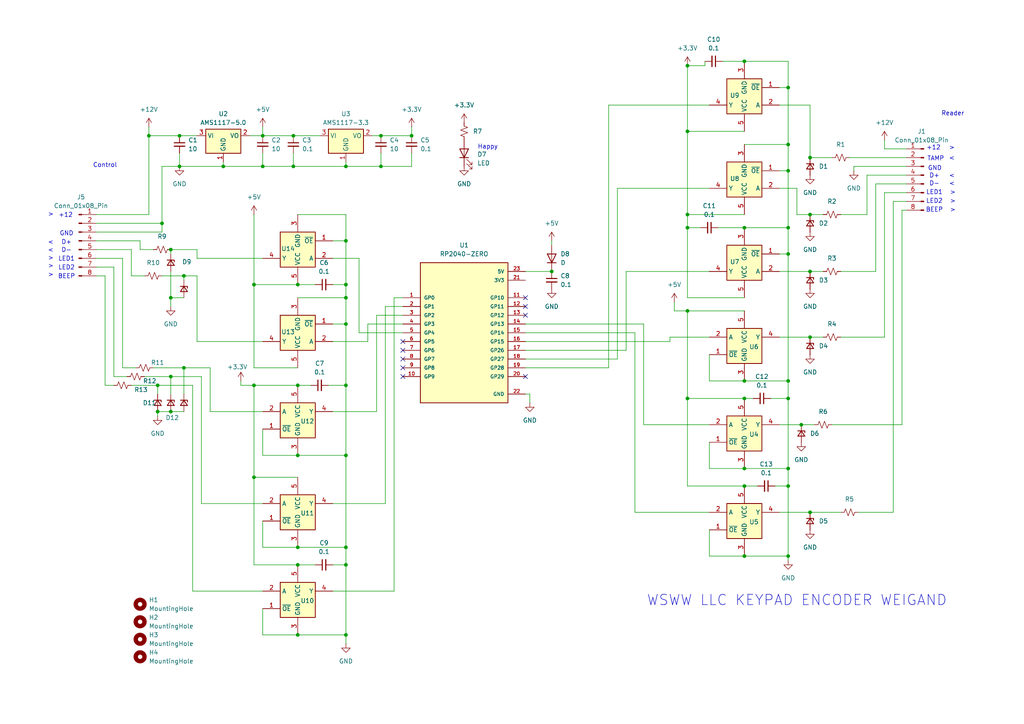
<source format=kicad_sch>
(kicad_sch (version 20231120) (generator "eeschema") (generator_version "8.0")
  (paper "A4")
  (lib_symbols
    (symbol "74xGxx:NC7SZ125M5X"
      (property "Reference" "U" (at -5.08 6.35 0))
      (property "Value" "NC7SZ125M5X" (at 7.62 6.35 0))
      (symbol "NC7SZ125M5X_1_1"
        (pin input line (at -10.16 -2.54 0) (length 5.08) (name "~{OE}") (number "1"))
        (pin input line (at -10.16 2.54 0) (length 5.08) (name "A") (number "2"))
        (pin power_in line (at 0 -10.16 90) (length 5.08) (name "GND") (number "3"))
        (pin output line (at 10.16 2.54 180) (length 5.08) (name "Y") (number "4"))
        (pin power_in line (at 0 10.16 270) (length 5.08) (name "VCC") (number "5"))
      )
    )
    (symbol "Connector:Conn_01x08_Pin" (pin_names (offset 1.016) hide)
      (property "Reference" "J" (at 0 10.16 0))
      (property "Value" "Conn_01x08_Pin" (at 0 -12.7 0))
      (symbol "Conn_01x08_Pin_1_1"
        (pin passive line (at 5.08 7.62 180) (length 3.81) (name "Pin_1") (number "1"))
        (pin passive line (at 5.08 5.08 180) (length 3.81) (name "Pin_2") (number "2"))
        (pin passive line (at 5.08 2.54 180) (length 3.81) (name "Pin_3") (number "3"))
        (pin passive line (at 5.08 0 180) (length 3.81) (name "Pin_4") (number "4"))
        (pin passive line (at 5.08 -2.54 180) (length 3.81) (name "Pin_5") (number "5"))
        (pin passive line (at 5.08 -5.08 180) (length 3.81) (name "Pin_6") (number "6"))
        (pin passive line (at 5.08 -7.62 180) (length 3.81) (name "Pin_7") (number "7"))
        (pin passive line (at 5.08 -10.16 180) (length 3.81) (name "Pin_8") (number "8"))
      )
    )
    (symbol "Device:C_Small" (pin_numbers hide) (pin_names (offset 0.254) hide)
      (property "Reference" "C" (at 0.254 1.778 0))
      (property "Value" "C_Small" (at 0.254 -2.032 0))
      (symbol "C_Small_1_1"
        (pin passive line (at 0 2.54 270) (length 2.032) (name "~") (number "1"))
        (pin passive line (at 0 -2.54 90) (length 2.032) (name "~") (number "2"))
      )
    )
    (symbol "Device:D" (pin_numbers hide) (pin_names (offset 1.016) hide)
      (property "Reference" "D" (at 0 2.54 0))
      (property "Value" "D" (at 0 -2.54 0))
      (symbol "D_1_1"
        (pin passive line (at -3.81 0 0) (length 2.54) (name "K") (number "1"))
        (pin passive line (at 3.81 0 180) (length 2.54) (name "A") (number "2"))
      )
    )
    (symbol "Device:D_Zener_Small" (pin_numbers hide) (pin_names (offset 0.254) hide)
      (property "Reference" "D" (at 0 2.286 0))
      (property "Value" "D_Zener_Small" (at 0 -2.286 0))
      (symbol "D_Zener_Small_1_1"
        (pin passive line (at -2.54 0 0) (length 1.778) (name "K") (number "1"))
        (pin passive line (at 2.54 0 180) (length 1.778) (name "A") (number "2"))
      )
    )
    (symbol "Device:LED" (pin_numbers hide) (pin_names (offset 1.016) hide)
      (property "Reference" "D" (at 0 2.54 0))
      (property "Value" "LED" (at 0 -2.54 0))
      (symbol "LED_1_1"
        (pin passive line (at -3.81 0 0) (length 2.54) (name "K") (number "1"))
        (pin passive line (at 3.81 0 180) (length 2.54) (name "A") (number "2"))
      )
    )
    (symbol "Device:R_Small_US" (pin_numbers hide) (pin_names (offset 0.254) hide)
      (property "Reference" "R" (at 0.762 0.508 0))
      (property "Value" "R_Small_US" (at 0.762 -1.016 0))
      (symbol "R_Small_US_1_1"
        (pin passive line (at 0 2.54 270) (length 1.016) (name "~") (number "1"))
        (pin passive line (at 0 -2.54 90) (length 1.016) (name "~") (number "2"))
      )
    )
    (symbol "MCU_RaspberryPi:RP2040-ZERO" (pin_names (offset 1.016))
      (property "Reference" "U" (at -12.7 21.082 0))
      (property "Value" "RP2040-ZERO" (at -12.7 -22.86 0))
      (symbol "RP2040-ZERO_0_0"
        (pin bidirectional line (at -17.78 10.16 0) (length 5.08) (name "GP0") (number "1"))
        (pin bidirectional line (at -17.78 -12.7 0) (length 5.08) (name "GP9") (number "10"))
        (pin bidirectional line (at 17.78 10.16 180) (length 5.08) (name "GP10") (number "11"))
        (pin bidirectional line (at 17.78 7.62 180) (length 5.08) (name "GP11") (number "12"))
        (pin bidirectional line (at 17.78 5.08 180) (length 5.08) (name "GP12") (number "13"))
        (pin bidirectional line (at 17.78 2.54 180) (length 5.08) (name "GP13") (number "14"))
        (pin bidirectional line (at 17.78 0 180) (length 5.08) (name "GP14") (number "15"))
        (pin bidirectional line (at 17.78 -2.54 180) (length 5.08) (name "GP15") (number "16"))
        (pin bidirectional line (at 17.78 -5.08 180) (length 5.08) (name "GP26") (number "17"))
        (pin bidirectional line (at 17.78 -7.62 180) (length 5.08) (name "GP27") (number "18"))
        (pin bidirectional line (at 17.78 -10.16 180) (length 5.08) (name "GP28") (number "19"))
        (pin bidirectional line (at -17.78 7.62 0) (length 5.08) (name "GP1") (number "2"))
        (pin bidirectional line (at 17.78 -12.7 180) (length 5.08) (name "GP29") (number "20"))
        (pin power_in line (at 17.78 15.24 180) (length 5.08) (name "3V3") (number "21"))
        (pin power_in line (at 17.78 -17.78 180) (length 5.08) (name "GND") (number "22"))
        (pin power_in line (at 17.78 17.78 180) (length 5.08) (name "5V") (number "23"))
        (pin bidirectional line (at -17.78 5.08 0) (length 5.08) (name "GP2") (number "3"))
        (pin bidirectional line (at -17.78 2.54 0) (length 5.08) (name "GP3") (number "4"))
        (pin bidirectional line (at -17.78 0 0) (length 5.08) (name "GP4") (number "5"))
        (pin bidirectional line (at -17.78 -2.54 0) (length 5.08) (name "GP5") (number "6"))
        (pin bidirectional line (at -17.78 -5.08 0) (length 5.08) (name "GP6") (number "7"))
        (pin bidirectional line (at -17.78 -7.62 0) (length 5.08) (name "GP7") (number "8"))
        (pin bidirectional line (at -17.78 -10.16 0) (length 5.08) (name "GP8") (number "9"))
      )
    )
    (symbol "Mechanical:MountingHole" (pin_names (offset 1.016)) (exclude_from_sim yes) (in_bom no)
      (property "Reference" "H" (at 0 5.08 0))
      (property "Value" "MountingHole" (at 0 3.175 0))
    )
    (symbol "Regulator_Linear:AMS1117-3.3"
      (property "Reference" "U" (at -3.81 3.175 0))
      (property "Value" "AMS1117-3.3" (at 0 3.175 0))
      (symbol "AMS1117-3.3_1_1"
        (pin power_in line (at 0 -7.62 90) (length 2.54) (name "GND") (number "1"))
        (pin power_out line (at 7.62 0 180) (length 2.54) (name "VO") (number "2"))
        (pin power_in line (at -7.62 0 0) (length 2.54) (name "VI") (number "3"))
      )
    )
    (symbol "Regulator_Linear:AMS1117-5.0"
      (property "Reference" "U" (at -3.81 3.175 0))
      (property "Value" "AMS1117-5.0" (at 0 3.175 0))
      (symbol "AMS1117-5.0_1_1"
        (pin power_in line (at 0 -7.62 90) (length 2.54) (name "GND") (number "1"))
        (pin power_out line (at 7.62 0 180) (length 2.54) (name "VO") (number "2"))
        (pin power_in line (at -7.62 0 0) (length 2.54) (name "VI") (number "3"))
      )
    )
    (symbol "power:+12V" (power) (pin_numbers hide) (pin_names (offset 0) hide)
      (property "Value" "+12V" (at 0 3.556 0))
      (symbol "+12V_1_1"
        (pin power_in line (at 0 0 90) (length 0) (name "~") (number "1"))
      )
    )
    (symbol "power:+3.3V" (power) (pin_numbers hide) (pin_names (offset 0) hide)
      (property "Value" "+3.3V" (at 0 3.556 0))
      (symbol "+3.3V_1_1"
        (pin power_in line (at 0 0 90) (length 0) (name "~") (number "1"))
      )
    )
    (symbol "power:+5V" (power) (pin_numbers hide) (pin_names (offset 0) hide)
      (property "Value" "+5V" (at 0 3.556 0))
      (symbol "+5V_1_1"
        (pin power_in line (at 0 0 90) (length 0) (name "~") (number "1"))
      )
    )
    (symbol "power:GND" (power) (pin_numbers hide) (pin_names (offset 0) hide)
      (property "Value" "GND" (at 0 -3.81 0))
      (symbol "GND_1_1"
        (pin power_in line (at 0 0 270) (length 0) (name "~") (number "1"))
      )
    )
  )
  (junction (at 100.33 69.85))
  (junction (at 228.6 110.49))
  (junction (at 232.41 123.19))
  (junction (at 228.6 135.89))
  (junction (at 228.6 66.04))
  (junction (at 86.36 163.83))
  (junction (at 234.95 78.74))
  (junction (at 49.53 72.39))
  (junction (at 234.95 148.59))
  (junction (at 199.39 19.05))
  (junction (at 73.66 138.43))
  (junction (at 100.33 132.08))
  (junction (at 85.09 48.26))
  (junction (at 49.53 86.36))
  (junction (at 100.33 158.75))
  (junction (at 228.6 161.29))
  (junction (at 228.6 49.53))
  (junction (at 53.34 106.68))
  (junction (at 86.36 111.76))
  (junction (at 215.9 161.29))
  (junction (at 86.36 184.15))
  (junction (at 110.49 39.37))
  (junction (at 100.33 111.76))
  (junction (at 199.39 38.1))
  (junction (at 86.36 132.08))
  (junction (at 52.07 48.26))
  (junction (at 215.9 135.89))
  (junction (at 228.6 140.97))
  (junction (at 100.33 86.36))
  (junction (at 234.95 62.23))
  (junction (at 100.33 48.26))
  (junction (at 49.53 119.38))
  (junction (at 43.18 39.37))
  (junction (at 234.95 97.79))
  (junction (at 228.6 73.66))
  (junction (at 160.02 78.74))
  (junction (at 86.36 158.75))
  (junction (at 76.2 48.26))
  (junction (at 199.39 66.04))
  (junction (at 45.72 119.38))
  (junction (at 199.39 90.17))
  (junction (at 52.07 39.37))
  (junction (at 215.9 17.78))
  (junction (at 76.2 39.37))
  (junction (at 64.77 48.26))
  (junction (at 73.66 111.76))
  (junction (at 215.9 66.04))
  (junction (at 228.6 115.57))
  (junction (at 46.99 64.77))
  (junction (at 100.33 184.15))
  (junction (at 86.36 82.55))
  (junction (at 100.33 163.83))
  (junction (at 53.34 80.01))
  (junction (at 199.39 62.23))
  (junction (at 73.66 82.55))
  (junction (at 234.95 45.72))
  (junction (at 110.49 48.26))
  (junction (at 199.39 115.57))
  (junction (at 100.33 93.98))
  (junction (at 228.6 41.91))
  (junction (at 49.53 109.22))
  (junction (at 45.72 111.76))
  (junction (at 215.9 110.49))
  (junction (at 119.38 39.37))
  (junction (at 85.09 39.37))
  (junction (at 215.9 140.97))
  (junction (at 100.33 82.55))
  (junction (at 228.6 25.4))
  (junction (at 215.9 115.57))
  (no_connect (at 152.4 91.44))
  (no_connect (at 152.4 86.36))
  (no_connect (at 152.4 88.9))
  (no_connect (at 116.84 109.22))
  (no_connect (at 116.84 99.06))
  (no_connect (at 116.84 106.68))
  (no_connect (at 116.84 104.14))
  (no_connect (at 116.84 101.6))
  (no_connect (at 152.4 109.22))
  (wire (pts (xy 119.38 48.26) (xy 119.38 44.45)))
  (wire (pts (xy 46.99 64.77) (xy 46.99 67.31)))
  (wire (pts (xy 76.2 132.08) (xy 86.36 132.08)))
  (wire (pts (xy 111.76 146.05) (xy 111.76 88.9)))
  (wire (pts (xy 27.94 69.85) (xy 40.64 69.85)))
  (wire (pts (xy 73.66 82.55) (xy 73.66 106.68)))
  (wire (pts (xy 228.6 135.89) (xy 228.6 140.97)))
  (wire (pts (xy 76.2 39.37) (xy 85.09 39.37)))
  (wire (pts (xy 111.76 88.9) (xy 116.84 88.9)))
  (wire (pts (xy 186.69 93.98) (xy 186.69 123.19)))
  (wire (pts (xy 100.33 132.08) (xy 86.36 132.08)))
  (wire (pts (xy 73.66 111.76) (xy 86.36 111.76)))
  (wire (pts (xy 215.9 66.04) (xy 228.6 66.04)))
  (wire (pts (xy 49.53 72.39) (xy 49.53 73.66)))
  (wire (pts (xy 96.52 171.45) (xy 114.3 171.45)))
  (wire (pts (xy 106.68 99.06) (xy 106.68 93.98)))
  (wire (pts (xy 215.9 135.89) (xy 228.6 135.89)))
  (wire (pts (xy 119.38 36.83) (xy 119.38 39.37)))
  (wire (pts (xy 85.09 48.26) (xy 100.33 48.26)))
  (wire (pts (xy 226.06 148.59) (xy 234.95 148.59)))
  (wire (pts (xy 76.2 124.46) (xy 76.2 132.08)))
  (wire (pts (xy 104.14 74.93) (xy 96.52 74.93)))
  (wire (pts (xy 73.66 138.43) (xy 73.66 163.83)))
  (wire (pts (xy 199.39 66.04) (xy 199.39 86.36)))
  (wire (pts (xy 96.52 99.06) (xy 106.68 99.06)))
  (wire (pts (xy 179.07 54.61) (xy 205.74 54.61)))
  (wire (pts (xy 234.95 78.74) (xy 238.76 78.74)))
  (wire (pts (xy 226.06 123.19) (xy 232.41 123.19)))
  (wire (pts (xy 100.33 48.26) (xy 110.49 48.26)))
  (wire (pts (xy 58.42 109.22) (xy 58.42 146.05)))
  (wire (pts (xy 261.62 60.96) (xy 262.89 60.96)))
  (wire (pts (xy 86.36 111.76) (xy 90.17 111.76)))
  (wire (pts (xy 76.2 48.26) (xy 76.2 44.45)))
  (wire (pts (xy 153.67 114.3) (xy 152.4 114.3)))
  (wire (pts (xy 46.99 67.31) (xy 27.94 67.31)))
  (wire (pts (xy 259.08 58.42) (xy 259.08 148.59)))
  (wire (pts (xy 27.94 74.93) (xy 35.56 74.93)))
  (wire (pts (xy 57.15 74.93) (xy 76.2 74.93)))
  (wire (pts (xy 100.33 158.75) (xy 100.33 132.08)))
  (wire (pts (xy 43.18 39.37) (xy 43.18 62.23)))
  (wire (pts (xy 179.07 54.61) (xy 179.07 104.14)))
  (wire (pts (xy 45.72 119.38) (xy 45.72 120.65)))
  (wire (pts (xy 234.95 148.59) (xy 243.84 148.59)))
  (wire (pts (xy 76.2 36.83) (xy 76.2 39.37)))
  (wire (pts (xy 256.54 55.88) (xy 262.89 55.88)))
  (wire (pts (xy 86.36 86.36) (xy 100.33 86.36)))
  (wire (pts (xy 55.88 111.76) (xy 45.72 111.76)))
  (wire (pts (xy 40.64 69.85) (xy 40.64 72.39)))
  (wire (pts (xy 228.6 161.29) (xy 228.6 162.56)))
  (wire (pts (xy 43.18 36.83) (xy 43.18 39.37)))
  (wire (pts (xy 60.96 106.68) (xy 53.34 106.68)))
  (wire (pts (xy 228.6 66.04) (xy 228.6 49.53)))
  (wire (pts (xy 215.9 115.57) (xy 218.44 115.57)))
  (wire (pts (xy 55.88 171.45) (xy 55.88 111.76)))
  (wire (pts (xy 224.79 140.97) (xy 228.6 140.97)))
  (wire (pts (xy 247.65 48.26) (xy 247.65 49.53)))
  (wire (pts (xy 259.08 58.42) (xy 262.89 58.42)))
  (wire (pts (xy 234.95 45.72) (xy 241.3 45.72)))
  (wire (pts (xy 40.64 72.39) (xy 44.45 72.39)))
  (wire (pts (xy 116.84 91.44) (xy 109.22 91.44)))
  (wire (pts (xy 100.33 82.55) (xy 100.33 86.36)))
  (wire (pts (xy 76.2 176.53) (xy 76.2 184.15)))
  (wire (pts (xy 46.99 80.01) (xy 53.34 80.01)))
  (wire (pts (xy 95.25 111.76) (xy 100.33 111.76)))
  (wire (pts (xy 184.15 148.59) (xy 205.74 148.59)))
  (wire (pts (xy 58.42 146.05) (xy 76.2 146.05)))
  (wire (pts (xy 226.06 97.79) (xy 234.95 97.79)))
  (wire (pts (xy 199.39 90.17) (xy 199.39 115.57)))
  (wire (pts (xy 104.14 74.93) (xy 104.14 96.52)))
  (wire (pts (xy 243.84 97.79) (xy 256.54 97.79)))
  (wire (pts (xy 100.33 48.26) (xy 100.33 46.99)))
  (wire (pts (xy 223.52 115.57) (xy 228.6 115.57)))
  (wire (pts (xy 69.85 111.76) (xy 73.66 111.76)))
  (wire (pts (xy 57.15 99.06) (xy 76.2 99.06)))
  (wire (pts (xy 205.74 110.49) (xy 215.9 110.49)))
  (wire (pts (xy 215.9 38.1) (xy 199.39 38.1)))
  (wire (pts (xy 248.92 148.59) (xy 259.08 148.59)))
  (wire (pts (xy 85.09 44.45) (xy 85.09 48.26)))
  (wire (pts (xy 73.66 138.43) (xy 86.36 138.43)))
  (wire (pts (xy 215.9 161.29) (xy 228.6 161.29)))
  (wire (pts (xy 153.67 114.3) (xy 153.67 116.84)))
  (wire (pts (xy 41.91 109.22) (xy 49.53 109.22)))
  (wire (pts (xy 228.6 73.66) (xy 228.6 110.49)))
  (wire (pts (xy 234.95 97.79) (xy 238.76 97.79)))
  (wire (pts (xy 53.34 80.01) (xy 53.34 81.28)))
  (wire (pts (xy 96.52 82.55) (xy 100.33 82.55)))
  (wire (pts (xy 49.53 119.38) (xy 53.34 119.38)))
  (wire (pts (xy 96.52 146.05) (xy 111.76 146.05)))
  (wire (pts (xy 114.3 86.36) (xy 116.84 86.36)))
  (wire (pts (xy 194.31 97.79) (xy 194.31 99.06)))
  (wire (pts (xy 110.49 39.37) (xy 107.95 39.37)))
  (wire (pts (xy 234.95 62.23) (xy 231.14 62.23)))
  (wire (pts (xy 110.49 48.26) (xy 119.38 48.26)))
  (wire (pts (xy 110.49 44.45) (xy 110.49 48.26)))
  (wire (pts (xy 43.18 62.23) (xy 27.94 62.23)))
  (wire (pts (xy 100.33 62.23) (xy 100.33 69.85)))
  (wire (pts (xy 205.74 135.89) (xy 215.9 135.89)))
  (wire (pts (xy 199.39 38.1) (xy 199.39 19.05)))
  (wire (pts (xy 232.41 123.19) (xy 236.22 123.19)))
  (wire (pts (xy 30.48 111.76) (xy 33.02 111.76)))
  (wire (pts (xy 228.6 17.78) (xy 215.9 17.78)))
  (wire (pts (xy 251.46 50.8) (xy 251.46 62.23)))
  (wire (pts (xy 228.6 66.04) (xy 228.6 73.66)))
  (wire (pts (xy 228.6 41.91) (xy 215.9 41.91)))
  (wire (pts (xy 186.69 123.19) (xy 205.74 123.19)))
  (wire (pts (xy 33.02 109.22) (xy 36.83 109.22)))
  (wire (pts (xy 152.4 93.98) (xy 186.69 93.98)))
  (wire (pts (xy 27.94 64.77) (xy 46.99 64.77)))
  (wire (pts (xy 86.36 62.23) (xy 100.33 62.23)))
  (wire (pts (xy 234.95 45.72) (xy 234.95 30.48)))
  (wire (pts (xy 176.53 106.68) (xy 176.53 30.48)))
  (wire (pts (xy 208.28 66.04) (xy 215.9 66.04)))
  (wire (pts (xy 231.14 54.61) (xy 226.06 54.61)))
  (wire (pts (xy 35.56 74.93) (xy 35.56 106.68)))
  (wire (pts (xy 116.84 96.52) (xy 104.14 96.52)))
  (wire (pts (xy 241.3 123.19) (xy 261.62 123.19)))
  (wire (pts (xy 181.61 78.74) (xy 205.74 78.74)))
  (wire (pts (xy 53.34 106.68) (xy 53.34 114.3)))
  (wire (pts (xy 52.07 48.26) (xy 52.07 44.45)))
  (wire (pts (xy 85.09 48.26) (xy 76.2 48.26)))
  (wire (pts (xy 49.53 86.36) (xy 53.34 86.36)))
  (wire (pts (xy 96.52 69.85) (xy 100.33 69.85)))
  (wire (pts (xy 43.18 39.37) (xy 52.07 39.37)))
  (wire (pts (xy 45.72 119.38) (xy 49.53 119.38)))
  (wire (pts (xy 76.2 151.13) (xy 76.2 158.75)))
  (wire (pts (xy 64.77 48.26) (xy 76.2 48.26)))
  (wire (pts (xy 160.02 71.12) (xy 160.02 69.85)))
  (wire (pts (xy 215.9 140.97) (xy 219.71 140.97)))
  (wire (pts (xy 100.33 158.75) (xy 86.36 158.75)))
  (wire (pts (xy 49.53 86.36) (xy 49.53 88.9)))
  (wire (pts (xy 226.06 78.74) (xy 234.95 78.74)))
  (wire (pts (xy 35.56 106.68) (xy 39.37 106.68)))
  (wire (pts (xy 52.07 39.37) (xy 57.15 39.37)))
  (wire (pts (xy 49.53 78.74) (xy 49.53 86.36)))
  (wire (pts (xy 256.54 40.64) (xy 256.54 43.18)))
  (wire (pts (xy 57.15 72.39) (xy 57.15 74.93)))
  (wire (pts (xy 57.15 80.01) (xy 57.15 99.06)))
  (wire (pts (xy 181.61 101.6) (xy 181.61 78.74)))
  (wire (pts (xy 69.85 110.49) (xy 69.85 111.76)))
  (wire (pts (xy 100.33 69.85) (xy 100.33 82.55)))
  (wire (pts (xy 246.38 45.72) (xy 262.89 45.72)))
  (wire (pts (xy 226.06 30.48) (xy 234.95 30.48)))
  (wire (pts (xy 60.96 119.38) (xy 60.96 106.68)))
  (wire (pts (xy 72.39 39.37) (xy 76.2 39.37)))
  (wire (pts (xy 49.53 72.39) (xy 57.15 72.39)))
  (wire (pts (xy 30.48 80.01) (xy 27.94 80.01)))
  (wire (pts (xy 100.33 163.83) (xy 100.33 158.75)))
  (wire (pts (xy 38.1 111.76) (xy 45.72 111.76)))
  (wire (pts (xy 254 53.34) (xy 262.89 53.34)))
  (wire (pts (xy 243.84 78.74) (xy 254 78.74)))
  (wire (pts (xy 234.95 62.23) (xy 238.76 62.23)))
  (wire (pts (xy 30.48 80.01) (xy 30.48 111.76)))
  (wire (pts (xy 49.53 109.22) (xy 49.53 114.3)))
  (wire (pts (xy 176.53 30.48) (xy 205.74 30.48)))
  (wire (pts (xy 199.39 140.97) (xy 215.9 140.97)))
  (wire (pts (xy 33.02 77.47) (xy 27.94 77.47)))
  (wire (pts (xy 199.39 115.57) (xy 215.9 115.57)))
  (wire (pts (xy 199.39 115.57) (xy 199.39 140.97)))
  (wire (pts (xy 114.3 171.45) (xy 114.3 86.36)))
  (wire (pts (xy 109.22 91.44) (xy 109.22 119.38)))
  (wire (pts (xy 100.33 93.98) (xy 100.33 111.76)))
  (wire (pts (xy 38.1 72.39) (xy 38.1 80.01)))
  (wire (pts (xy 228.6 140.97) (xy 228.6 161.29)))
  (wire (pts (xy 184.15 96.52) (xy 184.15 148.59)))
  (wire (pts (xy 86.36 184.15) (xy 100.33 184.15)))
  (wire (pts (xy 85.09 39.37) (xy 92.71 39.37)))
  (wire (pts (xy 254 53.34) (xy 254 78.74)))
  (wire (pts (xy 76.2 158.75) (xy 86.36 158.75)))
  (wire (pts (xy 152.4 104.14) (xy 179.07 104.14)))
  (wire (pts (xy 228.6 49.53) (xy 228.6 41.91)))
  (wire (pts (xy 205.74 161.29) (xy 215.9 161.29)))
  (wire (pts (xy 199.39 90.17) (xy 215.9 90.17)))
  (wire (pts (xy 100.33 132.08) (xy 100.33 111.76)))
  (wire (pts (xy 205.74 128.27) (xy 205.74 135.89)))
  (wire (pts (xy 76.2 184.15) (xy 86.36 184.15)))
  (wire (pts (xy 96.52 163.83) (xy 100.33 163.83)))
  (wire (pts (xy 33.02 77.47) (xy 33.02 109.22)))
  (wire (pts (xy 228.6 25.4) (xy 228.6 41.91)))
  (wire (pts (xy 204.47 19.05) (xy 204.47 17.78)))
  (wire (pts (xy 96.52 119.38) (xy 109.22 119.38)))
  (wire (pts (xy 44.45 106.68) (xy 53.34 106.68)))
  (wire (pts (xy 209.55 17.78) (xy 215.9 17.78)))
  (wire (pts (xy 199.39 62.23) (xy 199.39 66.04)))
  (wire (pts (xy 100.33 184.15) (xy 100.33 186.69)))
  (wire (pts (xy 205.74 161.29) (xy 205.74 153.67)))
  (wire (pts (xy 199.39 19.05) (xy 204.47 19.05)))
  (wire (pts (xy 76.2 171.45) (xy 55.88 171.45)))
  (wire (pts (xy 73.66 111.76) (xy 73.66 138.43)))
  (wire (pts (xy 228.6 115.57) (xy 228.6 135.89)))
  (wire (pts (xy 262.89 50.8) (xy 251.46 50.8)))
  (wire (pts (xy 152.4 101.6) (xy 181.61 101.6)))
  (wire (pts (xy 152.4 96.52) (xy 184.15 96.52)))
  (wire (pts (xy 96.52 93.98) (xy 100.33 93.98)))
  (wire (pts (xy 27.94 72.39) (xy 38.1 72.39)))
  (wire (pts (xy 195.58 90.17) (xy 199.39 90.17)))
  (wire (pts (xy 152.4 106.68) (xy 176.53 106.68)))
  (wire (pts (xy 73.66 82.55) (xy 86.36 82.55)))
  (wire (pts (xy 199.39 62.23) (xy 215.9 62.23)))
  (wire (pts (xy 49.53 109.22) (xy 58.42 109.22)))
  (wire (pts (xy 152.4 78.74) (xy 160.02 78.74)))
  (wire (pts (xy 86.36 82.55) (xy 91.44 82.55)))
  (wire (pts (xy 243.84 62.23) (xy 251.46 62.23)))
  (wire (pts (xy 73.66 163.83) (xy 86.36 163.83)))
  (wire (pts (xy 52.07 48.26) (xy 64.77 48.26)))
  (wire (pts (xy 119.38 39.37) (xy 110.49 39.37)))
  (wire (pts (xy 73.66 62.23) (xy 73.66 82.55)))
  (wire (pts (xy 215.9 110.49) (xy 228.6 110.49)))
  (wire (pts (xy 86.36 163.83) (xy 91.44 163.83)))
  (wire (pts (xy 256.54 43.18) (xy 262.89 43.18)))
  (wire (pts (xy 106.68 93.98) (xy 116.84 93.98)))
  (wire (pts (xy 76.2 119.38) (xy 60.96 119.38)))
  (wire (pts (xy 226.06 49.53) (xy 228.6 49.53)))
  (wire (pts (xy 256.54 55.88) (xy 256.54 97.79)))
  (wire (pts (xy 100.33 184.15) (xy 100.33 163.83)))
  (wire (pts (xy 205.74 102.87) (xy 205.74 110.49)))
  (wire (pts (xy 226.06 25.4) (xy 228.6 25.4)))
  (wire (pts (xy 226.06 73.66) (xy 228.6 73.66)))
  (wire (pts (xy 46.99 48.26) (xy 52.07 48.26)))
  (wire (pts (xy 199.39 86.36) (xy 215.9 86.36)))
  (wire (pts (xy 38.1 80.01) (xy 41.91 80.01)))
  (wire (pts (xy 194.31 97.79) (xy 205.74 97.79)))
  (wire (pts (xy 46.99 48.26) (xy 46.99 64.77)))
  (wire (pts (xy 152.4 99.06) (xy 194.31 99.06)))
  (wire (pts (xy 228.6 17.78) (xy 228.6 25.4)))
  (wire (pts (xy 231.14 62.23) (xy 231.14 54.61)))
  (wire (pts (xy 100.33 93.98) (xy 100.33 86.36)))
  (wire (pts (xy 199.39 66.04) (xy 203.2 66.04)))
  (wire (pts (xy 247.65 48.26) (xy 262.89 48.26)))
  (wire (pts (xy 53.34 80.01) (xy 57.15 80.01)))
  (wire (pts (xy 228.6 110.49) (xy 228.6 115.57)))
  (wire (pts (xy 64.77 48.26) (xy 64.77 46.99)))
  (wire (pts (xy 195.58 87.63) (xy 195.58 90.17)))
  (wire (pts (xy 261.62 60.96) (xy 261.62 123.19)))
  (wire (pts (xy 73.66 106.68) (xy 86.36 106.68)))
  (wire (pts (xy 45.72 111.76) (xy 45.72 114.3)))
  (wire (pts (xy 199.39 38.1) (xy 199.39 62.23)))
  (text "D+" (at 19.304 70.358 0) (effects (font (size 1.27 1.27))))
  (text "<" (at 276.098 45.974 0) (effects (font (size 1.27 1.27))))
  (text ">" (at 276.352 58.42 0) (effects (font (size 1.27 1.27))))
  (text "<" (at 276.098 51.054 0) (effects (font (size 1.27 1.27))))
  (text "LED2" (at 19.304 77.724 0) (effects (font (size 1.27 1.27))))
  (text "D-" (at 19.304 72.644 0) (effects (font (size 1.27 1.27))))
  (text ">" (at 276.098 42.926 0) (effects (font (size 1.27 1.27))))
  (text "LED1" (at 19.304 75.184 0) (effects (font (size 1.27 1.27))))
  (text "D-" (at 271.018 53.34 0) (effects (font (size 1.27 1.27))))
  (text "<" (at 14.732 70.358 0) (effects (font (size 1.27 1.27))))
  (text "LED1" (at 271.018 55.88 0) (effects (font (size 1.27 1.27))))
  (text "D+" (at 271.018 51.054 0) (effects (font (size 1.27 1.27))))
  (text ">" (at 14.732 62.23 0) (effects (font (size 1.27 1.27))))
  (text ">" (at 14.732 77.216 0) (effects (font (size 1.27 1.27))))
  (text ">" (at 276.352 60.96 0) (effects (font (size 1.27 1.27))))
  (text "+12" (at 270.764 42.926 0) (effects (font (size 1.27 1.27))))
  (text "Reader" (at 276.352 33.02 0) (effects (font (size 1.27 1.27))))
  (text "<" (at 276.098 53.34 0) (effects (font (size 1.27 1.27))))
  (text "LED2" (at 271.018 58.42 0) (effects (font (size 1.27 1.27))))
  (text "TAMP" (at 271.399 46.101 0) (effects (font (size 1.27 1.27))))
  (text "Happy" (at 141.478 42.672 0) (effects (font (size 1.27 1.27))))
  (text "GND\n" (at 19.304 67.818 0) (effects (font (size 1.27 1.27))))
  (text "BEEP" (at 19.304 80.264 0) (effects (font (size 1.27 1.27))))
  (text "+12" (at 19.05 62.484 0) (effects (font (size 1.27 1.27))))
  (text ">" (at 14.732 74.93 0) (effects (font (size 1.27 1.27))))
  (text "BEEP" (at 271.018 60.96 0) (effects (font (size 1.27 1.27))))
  (text "GND\n" (at 271.145 48.895 0) (effects (font (size 1.27 1.27))))
  (text ">" (at 14.732 79.756 0) (effects (font (size 1.27 1.27))))
  (text "<" (at 14.732 72.644 0) (effects (font (size 1.27 1.27))))
  (text "Control\n" (at 30.48 48.006 0) (effects (font (size 1.27 1.27))))
  (text "WSWW LLC KEYPAD ENCODER WEIGAND" (at 231.14 174.244 0) (effects (font (size 3 3))))
  (text ">" (at 276.352 55.88 0) (effects (font (size 1.27 1.27))))
  (symbol (lib_id "Device:C_Small") (at 85.09 41.91 0) (unit 1)
    (property "Reference" "C3" (at 87.63 40.6462 0) (effects (justify left)))
    (property "Value" "0.1" (at 87.63 43.1862 0) (effects (justify left)))
    (property "Footprint" "Capacitor_THT:C_Disc_D3.0mm_W1.6mm_P2.50mm" (effects (hide yes)))
    (property "Description" "Unpolarized capacitor, small symbol" (effects (hide yes)))
  )
  (symbol (lib_id "Device:D") (at 160.02 74.93 90) (unit 1)
    (property "Reference" "D8" (at 162.56 73.6599 90) (effects (justify right)))
    (property "Value" "D" (at 162.56 76.1999 90) (effects (justify right)))
    (property "Description" "Diode" (effects (hide yes)))
    (property "Sim.Device" "D" (effects (hide yes)))
    (property "Sim.Pins" "1=K 2=A" (effects (hide yes)))
  )
  (symbol (lib_id "power:GND") (at 234.95 50.8 0) (unit 1)
    (property "Reference" "#PWR031" (effects (hide yes)))
    (property "Value" "GND" (at 234.95 55.88 0))
    (property "Description" "Power symbol creates a global label with name \"GND\" , ground" (effects (hide yes)))
  )
  (symbol (lib_id "power:GND") (at 45.72 120.65 0) (unit 1)
    (property "Reference" "#PWR018" (effects (hide yes)))
    (property "Value" "GND" (at 45.72 125.73 0))
    (property "Description" "Power symbol creates a global label with name \"GND\" , ground" (effects (hide yes)))
  )
  (symbol (lib_id "Device:C_Small") (at 119.38 41.91 0) (unit 1)
    (property "Reference" "C5" (at 121.92 40.6462 0) (effects (justify left)))
    (property "Value" "0.1" (at 121.92 43.1862 0) (effects (justify left)))
    (property "Footprint" "Capacitor_THT:C_Disc_D3.0mm_W1.6mm_P2.50mm" (effects (hide yes)))
    (property "Description" "Unpolarized capacitor, small symbol" (effects (hide yes)))
  )
  (symbol (lib_id "Device:C_Small") (at 76.2 41.91 0) (unit 1)
    (property "Reference" "C2" (at 78.74 40.6462 0) (effects (justify left)))
    (property "Value" "10" (at 78.74 43.1862 0) (effects (justify left)))
    (property "Footprint" "Capacitor_THT:CP_Radial_D4.0mm_P2.00mm" (effects (hide yes)))
    (property "Description" "Unpolarized capacitor, small symbol" (effects (hide yes)))
  )
  (symbol (lib_id "Device:C_Small") (at 222.25 140.97 270) (unit 1)
    (property "Reference" "C13" (at 222.2436 134.62 90))
    (property "Value" "0.1" (at 222.2436 137.16 90))
    (property "Footprint" "Capacitor_THT:C_Disc_D3.0mm_W1.6mm_P2.50mm" (effects (hide yes)))
    (property "Description" "Unpolarized capacitor, small symbol" (effects (hide yes)))
  )
  (symbol (lib_id "Device:R_Small_US") (at 35.56 111.76 90) (unit 1)
    (property "Reference" "R13" (at 40.894 113.03 90))
    (property "Value" "R_Small_US" (effects (hide yes)))
    (property "Footprint" "Resistor_SMD:R_1206_3216Metric_Pad1.30x1.75mm_HandSolder" (effects (hide yes)))
    (property "Description" "Resistor, small US symbol" (effects (hide yes)))
  )
  (symbol (lib_id "power:+12V") (at 43.18 36.83 0) (unit 1)
    (property "Reference" "#PWR05" (effects (hide yes)))
    (property "Value" "+12V" (at 43.18 31.75 0))
    (property "Description" "Power symbol creates a global label with name \"+12V\"" (effects (hide yes)))
  )
  (symbol (lib_id "power:GND") (at 228.6 162.56 0) (unit 1)
    (property "Reference" "#PWR013" (effects (hide yes)))
    (property "Value" "GND" (at 228.6 167.64 0))
    (property "Description" "Power symbol creates a global label with name \"GND\" , ground" (effects (hide yes)))
  )
  (symbol (lib_id "74xGxx:NC7SZ125M5X") (at 86.36 96.52 180) (unit 1)
    (property "Reference" "U13" (at 83.566 96.266 0))
    (property "Value" "NC7SZ125M5X" (effects (hide yes)))
    (property "Footprint" "Package_TO_SOT_SMD:SOT-23-5" (effects (hide yes)))
    (property "Datasheet" "https://www.onsemi.com/pdf/datasheet/nc7sz125-d.pdf" (effects (hide yes)))
    (property "Description" "TinyLogic UHS Buffer, Tri-State Output, SOT-23-5" (effects (hide yes)))
  )
  (symbol (lib_id "Mechanical:MountingHole") (at 40.64 190.5 0) (unit 1) (exclude_from_sim yes) (in_bom no)
    (property "Reference" "H4" (at 43.18 189.2299 0) (effects (justify left)))
    (property "Value" "MountingHole" (at 43.18 191.7699 0) (effects (justify left)))
    (property "Footprint" "MountingHole:MountingHole_3mm" (effects (hide yes)))
    (property "Description" "Mounting Hole without connection" (effects (hide yes)))
  )
  (symbol (lib_id "Device:R_Small_US") (at 243.84 45.72 90) (unit 1)
    (property "Reference" "R1" (at 243.84 41.91 90))
    (property "Value" "R_Small_US" (effects (hide yes)))
    (property "Footprint" "Resistor_SMD:R_1206_3216Metric_Pad1.30x1.75mm_HandSolder" (effects (hide yes)))
    (property "Description" "Resistor, small US symbol" (effects (hide yes)))
  )
  (symbol (lib_id "Connector:Conn_01x08_Pin") (at 267.97 50.8 0) (mirror y) (unit 1)
    (property "Reference" "J1" (at 267.335 38.1 0))
    (property "Value" "Conn_01x08_Pin" (at 267.335 40.64 0))
    (property "Footprint" "Connector_Phoenix_MC:PhoenixContact_MC_1,5_8-G-3.5_1x08_P3.50mm_Horizontal" (effects (hide yes)))
    (property "Description" "Generic connector, single row, 01x08, script generated" (effects (hide yes)))
  )
  (symbol (lib_id "power:GND") (at 234.95 67.31 0) (unit 1)
    (property "Reference" "#PWR032" (effects (hide yes)))
    (property "Value" "GND" (at 234.95 72.39 0))
    (property "Description" "Power symbol creates a global label with name \"GND\" , ground" (effects (hide yes)))
  )
  (symbol (lib_id "power:GND") (at 134.62 48.26 0) (unit 1)
    (property "Reference" "#PWR015" (effects (hide yes)))
    (property "Value" "GND" (at 134.62 53.34 0))
    (property "Description" "Power symbol creates a global label with name \"GND\" , ground" (effects (hide yes)))
  )
  (symbol (lib_id "power:+5V") (at 76.2 36.83 0) (unit 1)
    (property "Reference" "#PWR03" (effects (hide yes)))
    (property "Value" "+5V" (at 76.2 31.75 0))
    (property "Description" "Power symbol creates a global label with name \"+5V\"" (effects (hide yes)))
  )
  (symbol (lib_id "Device:R_Small_US") (at 238.76 123.19 90) (unit 1)
    (property "Reference" "R6" (at 238.76 119.38 90))
    (property "Value" "R_Small_US" (effects (hide yes)))
    (property "Footprint" "Resistor_SMD:R_1206_3216Metric_Pad1.30x1.75mm_HandSolder" (effects (hide yes)))
    (property "Description" "Resistor, small US symbol" (effects (hide yes)))
  )
  (symbol (lib_id "Device:D_Zener_Small") (at 45.72 116.84 270) (unit 1)
    (property "Reference" "D11" (at 41.402 116.84 90) (effects (justify left)))
    (property "Value" "D_Zener_Small" (effects (hide yes)))
    (property "Footprint" "Diode_SMD:D_SOD-323_HandSoldering" (effects (hide yes)))
    (property "Description" "Zener diode, small symbol" (effects (hide yes)))
  )
  (symbol (lib_id "Device:R_Small_US") (at 241.3 97.79 90) (unit 1)
    (property "Reference" "R4" (at 241.3 93.98 90))
    (property "Value" "R_Small_US" (effects (hide yes)))
    (property "Footprint" "Resistor_SMD:R_1206_3216Metric_Pad1.30x1.75mm_HandSolder" (effects (hide yes)))
    (property "Description" "Resistor, small US symbol" (effects (hide yes)))
  )
  (symbol (lib_id "74xGxx:NC7SZ125M5X") (at 215.9 100.33 0) (unit 1)
    (property "Reference" "U6" (at 218.694 100.584 0))
    (property "Value" "NC7SZ125M5X" (effects (hide yes)))
    (property "Footprint" "Package_TO_SOT_SMD:SOT-23-5" (effects (hide yes)))
    (property "Datasheet" "https://www.onsemi.com/pdf/datasheet/nc7sz125-d.pdf" (effects (hide yes)))
    (property "Description" "TinyLogic UHS Buffer, Tri-State Output, SOT-23-5" (effects (hide yes)))
  )
  (symbol (lib_id "Mechanical:MountingHole") (at 40.64 175.26 0) (unit 1) (exclude_from_sim yes) (in_bom no)
    (property "Reference" "H1" (at 43.18 173.9899 0) (effects (justify left)))
    (property "Value" "MountingHole" (at 43.18 176.5299 0) (effects (justify left)))
    (property "Footprint" "MountingHole:MountingHole_3mm" (effects (hide yes)))
    (property "Description" "Mounting Hole without connection" (effects (hide yes)))
  )
  (symbol (lib_id "74xGxx:NC7SZ125M5X") (at 86.36 173.99 0) (unit 1)
    (property "Reference" "U10" (at 89.154 174.244 0))
    (property "Value" "NC7SZ125M5X" (effects (hide yes)))
    (property "Footprint" "Package_TO_SOT_SMD:SOT-23-5" (effects (hide yes)))
    (property "Datasheet" "https://www.onsemi.com/pdf/datasheet/nc7sz125-d.pdf" (effects (hide yes)))
    (property "Description" "TinyLogic UHS Buffer, Tri-State Output, SOT-23-5" (effects (hide yes)))
  )
  (symbol (lib_id "Device:D_Zener_Small") (at 49.53 76.2 270) (unit 1)
    (property "Reference" "D9" (at 52.832 75.946 90) (effects (justify left)))
    (property "Value" "D_Zener_Small" (effects (hide yes)))
    (property "Footprint" "Diode_SMD:D_SOD-323_HandSoldering" (effects (hide yes)))
    (property "Description" "Zener diode, small symbol" (effects (hide yes)))
  )
  (symbol (lib_id "Device:R_Small_US") (at 41.91 106.68 90) (unit 1)
    (property "Reference" "R11" (at 45.72 105.156 90))
    (property "Value" "R_Small_US" (effects (hide yes)))
    (property "Footprint" "Resistor_SMD:R_1206_3216Metric_Pad1.30x1.75mm_HandSolder" (effects (hide yes)))
    (property "Description" "Resistor, small US symbol" (effects (hide yes)))
  )
  (symbol (lib_id "74xGxx:NC7SZ125M5X") (at 215.9 151.13 0) (unit 1)
    (property "Reference" "U5" (at 218.694 151.384 0))
    (property "Value" "NC7SZ125M5X" (effects (hide yes)))
    (property "Footprint" "Package_TO_SOT_SMD:SOT-23-5" (effects (hide yes)))
    (property "Datasheet" "https://www.onsemi.com/pdf/datasheet/nc7sz125-d.pdf" (effects (hide yes)))
    (property "Description" "TinyLogic UHS Buffer, Tri-State Output, SOT-23-5" (effects (hide yes)))
  )
  (symbol (lib_id "Device:R_Small_US") (at 134.62 38.1 180) (unit 1)
    (property "Reference" "R7" (at 137.16 38.0999 0) (effects (justify right)))
    (property "Value" "R_Small_US" (effects (hide yes)))
    (property "Footprint" "Resistor_SMD:R_1206_3216Metric_Pad1.30x1.75mm_HandSolder" (effects (hide yes)))
    (property "Description" "Resistor, small US symbol" (effects (hide yes)))
  )
  (symbol (lib_id "74xGxx:NC7SZ125M5X") (at 86.36 148.59 0) (unit 1)
    (property "Reference" "U11" (at 89.154 148.844 0))
    (property "Value" "NC7SZ125M5X" (effects (hide yes)))
    (property "Footprint" "Package_TO_SOT_SMD:SOT-23-5" (effects (hide yes)))
    (property "Datasheet" "https://www.onsemi.com/pdf/datasheet/nc7sz125-d.pdf" (effects (hide yes)))
    (property "Description" "TinyLogic UHS Buffer, Tri-State Output, SOT-23-5" (effects (hide yes)))
  )
  (symbol (lib_id "Device:C_Small") (at 93.98 163.83 90) (unit 1)
    (property "Reference" "C9" (at 93.9863 157.48 90))
    (property "Value" "0.1" (at 93.9863 160.02 90))
    (property "Footprint" "Capacitor_THT:C_Disc_D3.0mm_W1.6mm_P2.50mm" (effects (hide yes)))
    (property "Description" "Unpolarized capacitor, small symbol" (effects (hide yes)))
  )
  (symbol (lib_id "Device:D_Zener_Small") (at 234.95 64.77 270) (unit 1)
    (property "Reference" "D2" (at 237.49 64.7699 90) (effects (justify left)))
    (property "Value" "D_Zener_Small" (effects (hide yes)))
    (property "Footprint" "Diode_SMD:D_SOD-323_HandSoldering" (effects (hide yes)))
    (property "Description" "Zener diode, small symbol" (effects (hide yes)))
  )
  (symbol (lib_id "74xGxx:NC7SZ125M5X") (at 86.36 121.92 0) (unit 1)
    (property "Reference" "U12" (at 89.154 122.174 0))
    (property "Value" "NC7SZ125M5X" (effects (hide yes)))
    (property "Footprint" "Package_TO_SOT_SMD:SOT-23-5" (effects (hide yes)))
    (property "Datasheet" "https://www.onsemi.com/pdf/datasheet/nc7sz125-d.pdf" (effects (hide yes)))
    (property "Description" "TinyLogic UHS Buffer, Tri-State Output, SOT-23-5" (effects (hide yes)))
  )
  (symbol (lib_id "power:+5V") (at 195.58 87.63 0) (unit 1)
    (property "Reference" "#PWR010" (effects (hide yes)))
    (property "Value" "+5V" (at 195.58 82.55 0))
    (property "Description" "Power symbol creates a global label with name \"+5V\"" (effects (hide yes)))
  )
  (symbol (lib_id "power:GND") (at 234.95 83.82 0) (unit 1)
    (property "Reference" "#PWR033" (effects (hide yes)))
    (property "Value" "GND" (at 234.95 88.9 0))
    (property "Description" "Power symbol creates a global label with name \"GND\" , ground" (effects (hide yes)))
  )
  (symbol (lib_id "74xGxx:NC7SZ125M5X") (at 215.9 76.2 180) (unit 1)
    (property "Reference" "U7" (at 213.106 75.946 0))
    (property "Value" "NC7SZ125M5X" (effects (hide yes)))
    (property "Footprint" "Package_TO_SOT_SMD:SOT-23-5" (effects (hide yes)))
    (property "Datasheet" "https://www.onsemi.com/pdf/datasheet/nc7sz125-d.pdf" (effects (hide yes)))
    (property "Description" "TinyLogic UHS Buffer, Tri-State Output, SOT-23-5" (effects (hide yes)))
  )
  (symbol (lib_id "power:GND") (at 100.33 186.69 0) (unit 1)
    (property "Reference" "#PWR019" (effects (hide yes)))
    (property "Value" "GND" (at 100.33 191.77 0))
    (property "Description" "Power symbol creates a global label with name \"GND\" , ground" (effects (hide yes)))
  )
  (symbol (lib_id "Device:D_Zener_Small") (at 232.41 125.73 270) (unit 1)
    (property "Reference" "D6" (at 234.95 125.7299 90) (effects (justify left)))
    (property "Value" "D_Zener_Small" (effects (hide yes)))
    (property "Footprint" "Diode_SMD:D_SOD-323_HandSoldering" (effects (hide yes)))
    (property "Description" "Zener diode, small symbol" (effects (hide yes)))
  )
  (symbol (lib_id "MCU_RaspberryPi:RP2040-ZERO") (at 134.62 96.52 0) (unit 1)
    (property "Reference" "U1" (at 134.62 71.12 0))
    (property "Value" "RP2040-ZERO" (at 134.62 73.66 0))
    (property "Footprint" "Audio_Module:MODULE_RP2040-ZERO" (effects (hide yes)))
    (property "MF" "Waveshare Electronics" (effects (hide yes)))
    (property "MAXIMUM_PACKAGE_HEIGHT" "5.35mm" (effects (hide yes)))
    (property "Package" "Package" (effects (hide yes)))
    (property "Price" "None" (effects (hide yes)))
    (property "Check_prices" "https://www.snapeda.com/parts/RP2040-ZERO/Waveshare+Electronics/view-part/?ref=eda" (effects (hide yes)))
    (property "STANDARD" "Manufacturer Recommendations" (effects (hide yes)))
    (property "PARTREV" "NA" (effects (hide yes)))
    (property "SnapEDA_Link" "https://www.snapeda.com/parts/RP2040-ZERO/Waveshare+Electronics/view-part/?ref=snap" (effects (hide yes)))
    (property "MP" "RP2040-ZERO" (effects (hide yes)))
    (property "Description_1" "\n                        \n                            Low-Cost, High-Performance Pico-Like MCU Board Based On Raspberry Pi Microcontroller RP2040\n                        \n" (effects (hide yes)))
    (property "Availability" "Not in stock" (effects (hide yes)))
    (property "MANUFACTURER" "Waveshare" (effects (hide yes)))
  )
  (symbol (lib_id "power:+3.3V") (at 134.62 35.56 0) (unit 1)
    (property "Reference" "#PWR014" (effects (hide yes)))
    (property "Value" "+3.3V" (at 134.62 30.48 0))
    (property "Description" "Power symbol creates a global label with name \"+3.3V\"" (effects (hide yes)))
  )
  (symbol (lib_id "power:+5V") (at 73.66 62.23 0) (unit 1)
    (property "Reference" "#PWR016" (effects (hide yes)))
    (property "Value" "+5V" (at 73.66 57.15 0))
    (property "Description" "Power symbol creates a global label with name \"+5V\"" (effects (hide yes)))
  )
  (symbol (lib_id "Device:R_Small_US") (at 39.37 109.22 90) (unit 1)
    (property "Reference" "R12" (at 43.434 110.49 90))
    (property "Value" "R_Small_US" (effects (hide yes)))
    (property "Footprint" "Resistor_SMD:R_1206_3216Metric_Pad1.30x1.75mm_HandSolder" (effects (hide yes)))
    (property "Description" "Resistor, small US symbol" (effects (hide yes)))
  )
  (symbol (lib_id "Device:R_Small_US") (at 46.99 72.39 90) (unit 1)
    (property "Reference" "R9" (at 46.99 68.58 90))
    (property "Value" "R_Small_US" (effects (hide yes)))
    (property "Footprint" "Resistor_SMD:R_1206_3216Metric_Pad1.30x1.75mm_HandSolder" (effects (hide yes)))
    (property "Description" "Resistor, small US symbol" (effects (hide yes)))
  )
  (symbol (lib_id "Device:C_Small") (at 205.74 66.04 270) (unit 1)
    (property "Reference" "C11" (at 205.7336 59.69 90))
    (property "Value" "0.1" (at 205.7336 62.23 90))
    (property "Footprint" "Capacitor_THT:C_Disc_D3.0mm_W1.6mm_P2.50mm" (effects (hide yes)))
    (property "Description" "Unpolarized capacitor, small symbol" (effects (hide yes)))
  )
  (symbol (lib_id "74xGxx:NC7SZ125M5X") (at 215.9 27.94 180) (unit 1)
    (property "Reference" "U9" (at 213.106 27.686 0))
    (property "Value" "NC7SZ125M5X" (effects (hide yes)))
    (property "Footprint" "Package_TO_SOT_SMD:SOT-23-5" (effects (hide yes)))
    (property "Datasheet" "https://www.onsemi.com/pdf/datasheet/nc7sz125-d.pdf" (effects (hide yes)))
    (property "Description" "TinyLogic UHS Buffer, Tri-State Output, SOT-23-5" (effects (hide yes)))
  )
  (symbol (lib_id "Device:D_Zener_Small") (at 234.95 48.26 270) (unit 1)
    (property "Reference" "D1" (at 237.49 48.2599 90) (effects (justify left)))
    (property "Value" "D_Zener_Small" (effects (hide yes)))
    (property "Footprint" "Diode_SMD:D_SOD-323_HandSoldering" (effects (hide yes)))
    (property "Description" "Zener diode, small symbol" (effects (hide yes)))
  )
  (symbol (lib_id "power:+3.3V") (at 119.38 36.83 0) (unit 1)
    (property "Reference" "#PWR011" (effects (hide yes)))
    (property "Value" "+3.3V" (at 119.38 31.75 0))
    (property "Description" "Power symbol creates a global label with name \"+3.3V\"" (effects (hide yes)))
  )
  (symbol (lib_id "Regulator_Linear:AMS1117-5.0") (at 64.77 39.37 0) (unit 1)
    (property "Reference" "U2" (at 64.77 33.02 0))
    (property "Value" "AMS1117-5.0" (at 64.77 35.56 0))
    (property "Footprint" "Package_TO_SOT_SMD:SOT-223-3_TabPin2" (effects (hide yes)))
    (property "Datasheet" "http://www.advanced-monolithic.com/pdf/ds1117.pdf" (effects (hide yes)))
    (property "Description" "1A Low Dropout regulator, positive, 5.0V fixed output, SOT-223" (effects (hide yes)))
  )
  (symbol (lib_id "Device:D_Zener_Small") (at 234.95 151.13 270) (unit 1)
    (property "Reference" "D5" (at 237.49 151.1299 90) (effects (justify left)))
    (property "Value" "D_Zener_Small" (effects (hide yes)))
    (property "Footprint" "Diode_SMD:D_SOD-323_HandSoldering" (effects (hide yes)))
    (property "Description" "Zener diode, small symbol" (effects (hide yes)))
  )
  (symbol (lib_id "Device:LED") (at 134.62 44.45 90) (unit 1)
    (property "Reference" "D7" (at 138.43 44.7674 90) (effects (justify right)))
    (property "Value" "LED" (at 138.43 47.3074 90) (effects (justify right)))
    (property "Footprint" "Resistor_SMD:R_1206_3216Metric_Pad1.30x1.75mm_HandSolder" (effects (hide yes)))
    (property "Description" "Light emitting diode" (effects (hide yes)))
  )
  (symbol (lib_id "Regulator_Linear:AMS1117-3.3") (at 100.33 39.37 0) (unit 1)
    (property "Reference" "U3" (at 100.33 33.02 0))
    (property "Value" "AMS1117-3.3" (at 100.33 35.56 0))
    (property "Footprint" "Package_TO_SOT_SMD:SOT-223-3_TabPin2" (effects (hide yes)))
    (property "Datasheet" "http://www.advanced-monolithic.com/pdf/ds1117.pdf" (effects (hide yes)))
    (property "Description" "1A Low Dropout regulator, positive, 3.3V fixed output, SOT-223" (effects (hide yes)))
  )
  (symbol (lib_id "Mechanical:MountingHole") (at 40.64 185.42 0) (unit 1) (exclude_from_sim yes) (in_bom no)
    (property "Reference" "H3" (at 43.18 184.1499 0) (effects (justify left)))
    (property "Value" "MountingHole" (at 43.18 186.6899 0) (effects (justify left)))
    (property "Footprint" "MountingHole:MountingHole_3mm" (effects (hide yes)))
    (property "Description" "Mounting Hole without connection" (effects (hide yes)))
  )
  (symbol (lib_id "Device:D_Zener_Small") (at 234.95 81.28 270) (unit 1)
    (property "Reference" "D3" (at 237.49 81.2799 90) (effects (justify left)))
    (property "Value" "D_Zener_Small" (effects (hide yes)))
    (property "Footprint" "Diode_SMD:D_SOD-323_HandSoldering" (effects (hide yes)))
    (property "Description" "Zener diode, small symbol" (effects (hide yes)))
  )
  (symbol (lib_id "Device:R_Small_US") (at 246.38 148.59 90) (unit 1)
    (property "Reference" "R5" (at 246.38 144.78 90))
    (property "Value" "R_Small_US" (effects (hide yes)))
    (property "Footprint" "Resistor_SMD:R_1206_3216Metric_Pad1.30x1.75mm_HandSolder" (effects (hide yes)))
    (property "Description" "Resistor, small US symbol" (effects (hide yes)))
  )
  (symbol (lib_id "Device:C_Small") (at 207.01 17.78 270) (unit 1)
    (property "Reference" "C10" (at 207.0036 11.43 90))
    (property "Value" "0.1" (at 207.0036 13.97 90))
    (property "Footprint" "Capacitor_THT:C_Disc_D3.0mm_W1.6mm_P2.50mm" (effects (hide yes)))
    (property "Description" "Unpolarized capacitor, small symbol" (effects (hide yes)))
  )
  (symbol (lib_id "Device:C_Small") (at 160.02 81.28 0) (unit 1)
    (property "Reference" "C8" (at 162.56 80.0162 0) (effects (justify left)))
    (property "Value" "0.1" (at 162.56 82.5562 0) (effects (justify left)))
    (property "Footprint" "Capacitor_THT:C_Disc_D3.0mm_W1.6mm_P2.50mm" (effects (hide yes)))
    (property "Description" "Unpolarized capacitor, small symbol" (effects (hide yes)))
  )
  (symbol (lib_id "power:GND") (at 232.41 128.27 0) (unit 1)
    (property "Reference" "#PWR036" (effects (hide yes)))
    (property "Value" "GND" (at 232.41 133.35 0))
    (property "Description" "Power symbol creates a global label with name \"GND\" , ground" (effects (hide yes)))
  )
  (symbol (lib_id "power:GND") (at 234.95 153.67 0) (unit 1)
    (property "Reference" "#PWR035" (effects (hide yes)))
    (property "Value" "GND" (at 234.95 158.75 0))
    (property "Description" "Power symbol creates a global label with name \"GND\" , ground" (effects (hide yes)))
  )
  (symbol (lib_id "74xGxx:NC7SZ125M5X") (at 215.9 125.73 0) (unit 1)
    (property "Reference" "U4" (at 218.694 125.984 0))
    (property "Value" "NC7SZ125M5X" (effects (hide yes)))
    (property "Footprint" "Package_TO_SOT_SMD:SOT-23-5" (effects (hide yes)))
    (property "Datasheet" "https://www.onsemi.com/pdf/datasheet/nc7sz125-d.pdf" (effects (hide yes)))
    (property "Description" "TinyLogic UHS Buffer, Tri-State Output, SOT-23-5" (effects (hide yes)))
  )
  (symbol (lib_id "power:GND") (at 153.67 116.84 0) (unit 1)
    (property "Reference" "#PWR01" (effects (hide yes)))
    (property "Value" "GND" (at 153.67 121.92 0))
    (property "Description" "Power symbol creates a global label with name \"GND\" , ground" (effects (hide yes)))
  )
  (symbol (lib_id "power:GND") (at 234.95 102.87 0) (unit 1)
    (property "Reference" "#PWR034" (effects (hide yes)))
    (property "Value" "GND" (at 234.95 107.95 0))
    (property "Description" "Power symbol creates a global label with name \"GND\" , ground" (effects (hide yes)))
  )
  (symbol (lib_id "power:GND") (at 160.02 83.82 0) (unit 1)
    (property "Reference" "#PWR09" (effects (hide yes)))
    (property "Value" "GND" (at 160.02 88.9 0))
    (property "Description" "Power symbol creates a global label with name \"GND\" , ground" (effects (hide yes)))
  )
  (symbol (lib_id "Device:D_Zener_Small") (at 49.53 116.84 270) (unit 1)
    (property "Reference" "D12" (at 48.006 121.158 90) (effects (justify left)))
    (property "Value" "D_Zener_Small" (effects (hide yes)))
    (property "Footprint" "Diode_SMD:D_SOD-323_HandSoldering" (effects (hide yes)))
    (property "Description" "Zener diode, small symbol" (effects (hide yes)))
  )
  (symbol (lib_id "74xGxx:NC7SZ125M5X") (at 215.9 52.07 180) (unit 1)
    (property "Reference" "U8" (at 213.106 51.816 0))
    (property "Value" "NC7SZ125M5X" (effects (hide yes)))
    (property "Footprint" "Package_TO_SOT_SMD:SOT-23-5" (effects (hide yes)))
    (property "Datasheet" "https://www.onsemi.com/pdf/datasheet/nc7sz125-d.pdf" (effects (hide yes)))
    (property "Description" "TinyLogic UHS Buffer, Tri-State Output, SOT-23-5" (effects (hide yes)))
  )
  (symbol (lib_id "Mechanical:MountingHole") (at 40.64 180.34 0) (unit 1) (exclude_from_sim yes) (in_bom no)
    (property "Reference" "H2" (at 43.18 179.0699 0) (effects (justify left)))
    (property "Value" "MountingHole" (at 43.18 181.6099 0) (effects (justify left)))
    (property "Footprint" "MountingHole:MountingHole_3mm" (effects (hide yes)))
    (property "Description" "Mounting Hole without connection" (effects (hide yes)))
  )
  (symbol (lib_id "Device:D_Zener_Small") (at 53.34 83.82 270) (unit 1)
    (property "Reference" "D10" (effects (hide yes)))
    (property "Value" "D_Zener_Small" (effects (hide yes)))
    (property "Footprint" "Diode_SMD:D_SOD-323_HandSoldering" (effects (hide yes)))
    (property "Description" "Zener diode, small symbol" (effects (hide yes)))
  )
  (symbol (lib_id "Device:D_Zener_Small") (at 234.95 100.33 270) (unit 1)
    (property "Reference" "D4" (at 237.49 100.3299 90) (effects (justify left)))
    (property "Value" "D_Zener_Small" (effects (hide yes)))
    (property "Footprint" "Diode_SMD:D_SOD-323_HandSoldering" (effects (hide yes)))
    (property "Description" "Zener diode, small symbol" (effects (hide yes)))
  )
  (symbol (lib_id "Connector:Conn_01x08_Pin") (at 22.86 69.85 0) (unit 1)
    (property "Reference" "J5" (at 23.495 57.15 0))
    (property "Value" "Conn_01x08_Pin" (at 23.495 59.69 0))
    (property "Footprint" "Connector_Phoenix_MC:PhoenixContact_MC_1,5_8-G-3.5_1x08_P3.50mm_Horizontal" (effects (hide yes)))
    (property "Description" "Generic connector, single row, 01x08, script generated" (effects (hide yes)))
  )
  (symbol (lib_id "Device:C_Small") (at 92.71 111.76 90) (unit 1)
    (property "Reference" "C7" (at 92.7163 105.41 90))
    (property "Value" "0.1" (at 92.7163 107.95 90))
    (property "Footprint" "Capacitor_THT:C_Disc_D3.0mm_W1.6mm_P2.50mm" (effects (hide yes)))
    (property "Description" "Unpolarized capacitor, small symbol" (effects (hide yes)))
  )
  (symbol (lib_id "power:GND") (at 49.53 88.9 0) (unit 1)
    (property "Reference" "#PWR017" (effects (hide yes)))
    (property "Value" "GND" (at 49.53 93.98 0))
    (property "Description" "Power symbol creates a global label with name \"GND\" , ground" (effects (hide yes)))
  )
  (symbol (lib_id "Device:C_Small") (at 220.98 115.57 270) (unit 1)
    (property "Reference" "C12" (at 220.9736 109.22 90))
    (property "Value" "0.1" (at 220.9736 111.76 90))
    (property "Footprint" "Capacitor_THT:C_Disc_D3.0mm_W1.6mm_P2.50mm" (effects (hide yes)))
    (property "Description" "Unpolarized capacitor, small symbol" (effects (hide yes)))
  )
  (symbol (lib_id "Device:C_Small") (at 52.07 41.91 0) (unit 1)
    (property "Reference" "C1" (at 54.61 40.6462 0) (effects (justify left)))
    (property "Value" "10" (at 54.61 43.1862 0) (effects (justify left)))
    (property "Footprint" "Capacitor_THT:CP_Radial_D4.0mm_P2.00mm" (effects (hide yes)))
    (property "Description" "Unpolarized capacitor, small symbol" (effects (hide yes)))
  )
  (symbol (lib_id "Device:C_Small") (at 93.98 82.55 90) (unit 1)
    (property "Reference" "C6" (at 93.9863 76.2 90))
    (property "Value" "0.1" (at 93.9863 78.74 90))
    (property "Footprint" "Capacitor_THT:C_Disc_D3.0mm_W1.6mm_P2.50mm" (effects (hide yes)))
    (property "Description" "Unpolarized capacitor, small symbol" (effects (hide yes)))
  )
  (symbol (lib_id "power:GND") (at 247.65 49.53 0) (unit 1)
    (property "Reference" "#PWR07" (effects (hide yes)))
    (property "Value" "GND" (at 247.65 54.61 0))
    (property "Description" "Power symbol creates a global label with name \"GND\" , ground" (effects (hide yes)))
  )
  (symbol (lib_id "power:GND") (at 52.07 48.26 0) (unit 1)
    (property "Reference" "#PWR04" (effects (hide yes)))
    (property "Value" "GND" (at 52.07 53.34 0))
    (property "Description" "Power symbol creates a global label with name \"GND\" , ground" (effects (hide yes)))
  )
  (symbol (lib_id "power:+5V") (at 160.02 69.85 0) (unit 1)
    (property "Reference" "#PWR02" (effects (hide yes)))
    (property "Value" "+5V" (at 160.02 64.77 0))
    (property "Description" "Power symbol creates a global label with name \"+5V\"" (effects (hide yes)))
  )
  (symbol (lib_id "Device:R_Small_US") (at 44.45 80.01 90) (unit 1)
    (property "Reference" "R10" (at 44.45 76.2 90))
    (property "Value" "R_Small_US" (effects (hide yes)))
    (property "Footprint" "Resistor_SMD:R_1206_3216Metric_Pad1.30x1.75mm_HandSolder" (effects (hide yes)))
    (property "Description" "Resistor, small US symbol" (effects (hide yes)))
  )
  (symbol (lib_id "Device:R_Small_US") (at 241.3 78.74 90) (unit 1)
    (property "Reference" "R3" (at 241.3 74.93 90))
    (property "Value" "R_Small_US" (effects (hide yes)))
    (property "Footprint" "Resistor_SMD:R_1206_3216Metric_Pad1.30x1.75mm_HandSolder" (effects (hide yes)))
    (property "Description" "Resistor, small US symbol" (effects (hide yes)))
  )
  (symbol (lib_id "power:+3.3V") (at 199.39 19.05 0) (unit 1)
    (property "Reference" "#PWR08" (effects (hide yes)))
    (property "Value" "+3.3V" (at 199.39 13.97 0))
    (property "Description" "Power symbol creates a global label with name \"+3.3V\"" (effects (hide yes)))
  )
  (symbol (lib_id "power:+3.3V") (at 69.85 110.49 0) (unit 1)
    (property "Reference" "#PWR012" (effects (hide yes)))
    (property "Value" "+3.3V" (at 68.834 106.426 0))
    (property "Description" "Power symbol creates a global label with name \"+3.3V\"" (effects (hide yes)))
  )
  (symbol (lib_id "74xGxx:NC7SZ125M5X") (at 86.36 72.39 180) (unit 1)
    (property "Reference" "U14" (at 83.566 72.136 0))
    (property "Value" "NC7SZ125M5X" (effects (hide yes)))
    (property "Footprint" "Package_TO_SOT_SMD:SOT-23-5" (effects (hide yes)))
    (property "Datasheet" "https://www.onsemi.com/pdf/datasheet/nc7sz125-d.pdf" (effects (hide yes)))
    (property "Description" "TinyLogic UHS Buffer, Tri-State Output, SOT-23-5" (effects (hide yes)))
  )
  (symbol (lib_id "Device:D_Zener_Small") (at 53.34 116.84 270) (unit 1)
    (property "Reference" "D13" (effects (hide yes)))
    (property "Value" "D_Zener_Small" (effects (hide yes)))
    (property "Footprint" "Diode_SMD:D_SOD-323_HandSoldering" (effects (hide yes)))
    (property "Description" "Zener diode, small symbol" (effects (hide yes)))
  )
  (symbol (lib_id "Device:C_Small") (at 110.49 41.91 0) (unit 1)
    (property "Reference" "C4" (at 113.03 40.6462 0) (effects (justify left)))
    (property "Value" "10" (at 113.03 43.1862 0) (effects (justify left)))
    (property "Footprint" "Capacitor_THT:CP_Radial_D4.0mm_P2.00mm" (effects (hide yes)))
    (property "Description" "Unpolarized capacitor, small symbol" (effects (hide yes)))
  )
  (symbol (lib_id "power:+12V") (at 256.54 40.64 0) (unit 1)
    (property "Reference" "#PWR06" (effects (hide yes)))
    (property "Value" "+12V" (at 256.54 35.56 0))
    (property "Description" "Power symbol creates a global label with name \"+12V\"" (effects (hide yes)))
  )
  (symbol (lib_id "Device:R_Small_US") (at 241.3 62.23 90) (unit 1)
    (property "Reference" "R2" (at 241.3 58.42 90))
    (property "Value" "R_Small_US" (effects (hide yes)))
    (property "Footprint" "Resistor_SMD:R_1206_3216Metric_Pad1.30x1.75mm_HandSolder" (effects (hide yes)))
    (property "Description" "Resistor, small US symbol" (effects (hide yes)))
  )
)
</source>
